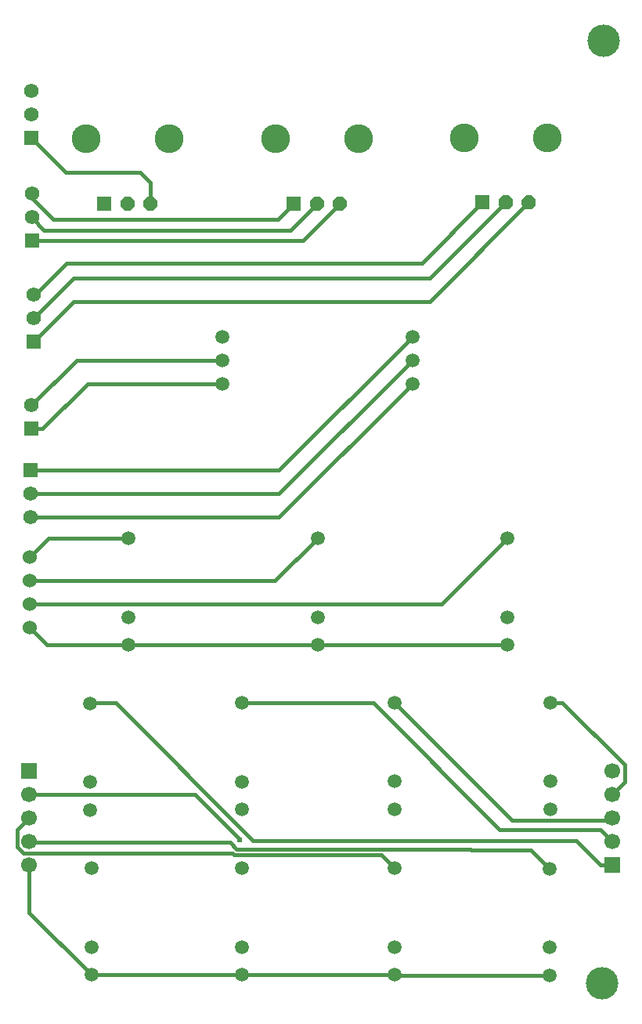
<source format=gbl>
G04 ---------------------------- Layer name :BOTTOM LAYER*
G04 EasyEDA v5.6.10, Fri, 20 Jul 2018 15:00:38 GMT*
G04 107905ebd11d4209b34b6b689eea119d*
G04 Gerber Generator version 0.2*
G04 Scale: 100 percent, Rotated: No, Reflected: No *
G04 Dimensions in millimeters *
G04 leading zeros omitted , absolute positions ,3 integer and 3 decimal *
%FSLAX33Y33*%
%MOMM*%
G90*
G71D02*

%ADD11C,0.399999*%
%ADD12C,0.610006*%
%ADD13R,1.649984X1.649984*%
%ADD14C,3.116072*%
%ADD15C,1.507998*%
%ADD16R,1.574800X1.574800*%
%ADD17C,1.574800*%
%ADD18C,1.501140*%
%ADD19C,1.524000*%
%ADD20R,1.699997X1.699997*%
%ADD21C,1.699997*%
%ADD22C,3.499993*%

%LPD*%
G54D11*
G01X41523Y21870D02*
G01X41523Y21921D01*
G01X1948Y23527D02*
G01X19865Y23527D01*
G01X24696Y18695D01*
G01X24696Y18596D01*
G01X2181Y65561D02*
G01X7078Y70458D01*
G01X22898Y70458D01*
G01X2181Y63021D02*
G01X3370Y63021D01*
G01X3370Y63021D02*
G01X8267Y67918D01*
G01X22898Y67918D01*
G01X2118Y58601D02*
G01X29001Y58601D01*
G01X43398Y72998D01*
G01X2118Y56061D02*
G01X29001Y56061D01*
G01X43398Y70458D01*
G01X2118Y53521D02*
G01X29001Y53521D01*
G01X43398Y67918D01*
G01X2047Y49140D02*
G01X4074Y51164D01*
G01X12669Y51164D01*
G01X33162Y39676D02*
G01X33144Y39658D01*
G01X12669Y39658D01*
G01X53685Y39676D02*
G01X33162Y39676D01*
G01X2047Y41520D02*
G01X3909Y39658D01*
G01X12669Y39658D01*
G01X2047Y46600D02*
G01X28580Y46600D01*
G01X33162Y51182D01*
G01X2047Y44060D02*
G01X46563Y44060D01*
G01X53685Y51182D01*
G01X25008Y33377D02*
G01X39179Y33377D01*
G01X52849Y19704D01*
G01X63726Y19704D01*
G01X65013Y18416D01*
G01X41523Y33427D02*
G01X54201Y20750D01*
G01X64808Y20750D01*
G01X65013Y20956D01*
G01X65013Y23496D02*
G01X66375Y24855D01*
G01X66375Y26694D01*
G01X59623Y33445D01*
G01X58303Y33445D01*
G01X25001Y4007D02*
G01X8694Y4007D01*
G01X41513Y4007D02*
G01X25001Y4007D01*
G01X58277Y3996D02*
G01X41523Y3996D01*
G01X41513Y4007D01*
G01X1948Y15907D02*
G01X1948Y10753D01*
G01X8694Y4007D01*
G01X41513Y15513D02*
G01X40040Y16986D01*
G01X24152Y16986D01*
G01X23962Y17177D01*
G01X1353Y17177D01*
G01X673Y17857D01*
G01X673Y19711D01*
G01X1948Y20987D01*
G01X58277Y15503D02*
G01X56253Y17527D01*
G01X49763Y17527D01*
G01X49702Y17588D01*
G01X24401Y17588D01*
G01X23685Y18307D01*
G01X2087Y18307D01*
G01X1948Y18447D01*
G01X2445Y77562D02*
G01X2620Y77562D01*
G01X6002Y80944D01*
G01X44464Y80944D01*
G01X51009Y87490D01*
G01X2445Y72482D02*
G01X2493Y72482D01*
G01X6764Y76753D01*
G01X45273Y76753D01*
G01X56009Y87490D01*
G01X2445Y75022D02*
G01X2493Y75022D01*
G01X6764Y79293D01*
G01X45313Y79293D01*
G01X53510Y87490D01*
G01X2265Y83404D02*
G01X31619Y83404D01*
G01X35603Y87388D01*
G01X2265Y85944D02*
G01X2265Y85824D01*
G01X3589Y84500D01*
G01X30215Y84500D01*
G01X33103Y87388D01*
G01X2265Y88484D02*
G01X2265Y87983D01*
G01X4605Y85643D01*
G01X28858Y85643D01*
G01X30603Y87388D01*
G01X15095Y87388D02*
G01X15095Y89632D01*
G01X14003Y90723D01*
G01X5942Y90723D01*
G01X2212Y94453D01*
G01X65014Y15877D02*
G01X63767Y15877D01*
G01X61120Y18524D01*
G01X26195Y18524D01*
G01X11336Y33383D01*
G01X8565Y33383D01*
G01X8525Y33343D01*
G54D13*
G01X10095Y87388D03*
G36*
G01X12911Y86626D02*
G01X13357Y87072D01*
G01X13357Y87704D01*
G01X12911Y88150D01*
G01X12280Y88150D01*
G01X11833Y87704D01*
G01X11833Y87072D01*
G01X12280Y86626D01*
G01X12911Y86626D01*
G37*
G36*
G01X15411Y86626D02*
G01X15857Y87072D01*
G01X15857Y87704D01*
G01X15411Y88150D01*
G01X14779Y88150D01*
G01X14333Y87704D01*
G01X14333Y87072D01*
G01X14779Y86626D01*
G01X15411Y86626D01*
G37*
G54D14*
G01X17095Y94388D03*
G01X8095Y94388D03*
G54D13*
G01X30603Y87388D03*
G36*
G01X33419Y86626D02*
G01X33865Y87072D01*
G01X33865Y87704D01*
G01X33419Y88150D01*
G01X32787Y88150D01*
G01X32341Y87704D01*
G01X32341Y87072D01*
G01X32787Y86626D01*
G01X33419Y86626D01*
G37*
G36*
G01X35919Y86626D02*
G01X36365Y87072D01*
G01X36365Y87704D01*
G01X35919Y88150D01*
G01X35287Y88150D01*
G01X34841Y87704D01*
G01X34841Y87072D01*
G01X35287Y86626D01*
G01X35919Y86626D01*
G37*
G54D14*
G01X37603Y94388D03*
G01X28603Y94388D03*
G54D13*
G01X51009Y87490D03*
G36*
G01X53825Y86728D02*
G01X54272Y87174D01*
G01X54272Y87806D01*
G01X53825Y88252D01*
G01X53194Y88252D01*
G01X52747Y87806D01*
G01X52747Y87174D01*
G01X53194Y86728D01*
G01X53825Y86728D01*
G37*
G36*
G01X56325Y86728D02*
G01X56772Y87174D01*
G01X56772Y87806D01*
G01X56325Y88252D01*
G01X55694Y88252D01*
G01X55247Y87806D01*
G01X55247Y87174D01*
G01X55694Y86728D01*
G01X56325Y86728D01*
G37*
G54D14*
G01X58010Y94490D03*
G01X49010Y94490D03*
G54D15*
G01X22898Y72999D03*
G01X22898Y70459D03*
G01X22898Y67919D03*
G01X43398Y72999D03*
G01X43398Y70459D03*
G01X43398Y67919D03*
G54D16*
G01X2181Y63022D03*
G54D17*
G01X2181Y65562D03*
G01X2213Y99533D03*
G01X2213Y96993D03*
G54D16*
G01X2213Y94453D03*
G54D17*
G01X2265Y88484D03*
G01X2265Y85944D03*
G54D16*
G01X2265Y83404D03*
G54D17*
G01X2446Y77562D03*
G01X2446Y75022D03*
G54D16*
G01X2446Y72482D03*
G54D17*
G01X2117Y53522D03*
G01X2117Y56062D03*
G54D16*
G01X2117Y58602D03*
G54D18*
G01X12669Y51164D03*
G01X12669Y42655D03*
G01X12669Y39658D03*
G01X33162Y51182D03*
G01X33162Y42673D03*
G01X33162Y39676D03*
G01X53685Y51182D03*
G01X53685Y42673D03*
G01X53685Y39676D03*
G01X8525Y33343D03*
G01X8525Y24834D03*
G01X8525Y21837D03*
G01X25008Y33377D03*
G01X25008Y24868D03*
G01X25008Y21870D03*
G01X41523Y33427D03*
G01X41523Y24918D03*
G01X41523Y21921D03*
G01X58303Y33445D03*
G01X58303Y24936D03*
G01X58303Y21939D03*
G01X8694Y15513D03*
G01X8694Y7004D03*
G01X8694Y4007D03*
G01X25001Y15513D03*
G01X25001Y7004D03*
G01X25001Y4007D03*
G01X41513Y15513D03*
G01X41513Y7004D03*
G01X41513Y4007D03*
G01X58277Y15503D03*
G01X58277Y6994D03*
G01X58277Y3996D03*
G54D19*
G01X2048Y49139D03*
G01X2048Y46599D03*
G01X2048Y44059D03*
G01X2048Y41519D03*
G54D20*
G01X65014Y15877D03*
G54D21*
G01X65014Y18417D03*
G01X65014Y20957D03*
G01X65014Y23497D03*
G01X65014Y26037D03*
G54D20*
G01X1947Y26067D03*
G54D21*
G01X1947Y23527D03*
G01X1947Y20987D03*
G01X1947Y18447D03*
G01X1947Y15907D03*
G54D22*
G01X64075Y104961D03*
G01X63914Y3090D03*
G54D12*
G01X24696Y18596D03*
M00*
M02*

</source>
